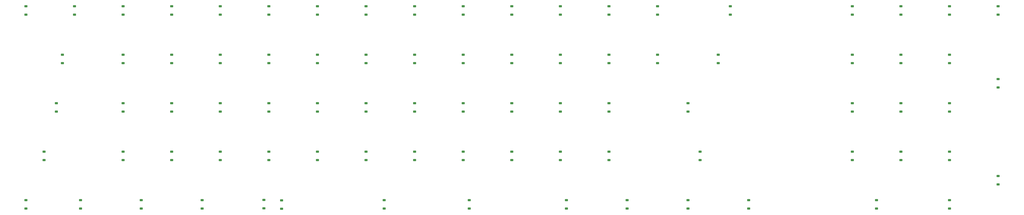
<source format=gbr>
%TF.GenerationSoftware,KiCad,Pcbnew,9.0.0*%
%TF.CreationDate,2025-04-17T19:43:04-05:00*%
%TF.ProjectId,AbbyNormal,41626279-4e6f-4726-9d61-6c2e6b696361,rev?*%
%TF.SameCoordinates,Original*%
%TF.FileFunction,Paste,Bot*%
%TF.FilePolarity,Positive*%
%FSLAX46Y46*%
G04 Gerber Fmt 4.6, Leading zero omitted, Abs format (unit mm)*
G04 Created by KiCad (PCBNEW 9.0.0) date 2025-04-17 19:43:04*
%MOMM*%
%LPD*%
G01*
G04 APERTURE LIST*
G04 Aperture macros list*
%AMRoundRect*
0 Rectangle with rounded corners*
0 $1 Rounding radius*
0 $2 $3 $4 $5 $6 $7 $8 $9 X,Y pos of 4 corners*
0 Add a 4 corners polygon primitive as box body*
4,1,4,$2,$3,$4,$5,$6,$7,$8,$9,$2,$3,0*
0 Add four circle primitives for the rounded corners*
1,1,$1+$1,$2,$3*
1,1,$1+$1,$4,$5*
1,1,$1+$1,$6,$7*
1,1,$1+$1,$8,$9*
0 Add four rect primitives between the rounded corners*
20,1,$1+$1,$2,$3,$4,$5,0*
20,1,$1+$1,$4,$5,$6,$7,0*
20,1,$1+$1,$6,$7,$8,$9,0*
20,1,$1+$1,$8,$9,$2,$3,0*%
G04 Aperture macros list end*
%ADD10RoundRect,0.225000X0.375000X-0.225000X0.375000X0.225000X-0.375000X0.225000X-0.375000X-0.225000X0*%
G04 APERTURE END LIST*
D10*
%TO.C,D79*%
X346598750Y-157080000D03*
X346598750Y-153780000D03*
%TD*%
%TO.C,D32*%
X310880000Y-99930000D03*
X310880000Y-96630000D03*
%TD*%
%TO.C,D34*%
X387230000Y-99930000D03*
X387230000Y-96630000D03*
%TD*%
%TO.C,D20*%
X77517500Y-99930000D03*
X77517500Y-96630000D03*
%TD*%
%TO.C,D51*%
X387230000Y-118980000D03*
X387230000Y-115680000D03*
%TD*%
%TO.C,D21*%
X101330000Y-99930000D03*
X101330000Y-96630000D03*
%TD*%
%TO.C,D66*%
X327548750Y-138030000D03*
X327548750Y-134730000D03*
%TD*%
%TO.C,D15*%
X339455000Y-80880000D03*
X339455000Y-77580000D03*
%TD*%
%TO.C,D29*%
X253730000Y-99930000D03*
X253730000Y-96630000D03*
%TD*%
%TO.C,D73*%
X108473750Y-157080000D03*
X108473750Y-153780000D03*
%TD*%
%TO.C,D22*%
X120380000Y-99930000D03*
X120380000Y-96630000D03*
%TD*%
%TO.C,D12*%
X272780000Y-80880000D03*
X272780000Y-77580000D03*
%TD*%
%TO.C,D19*%
X444380000Y-80880000D03*
X444380000Y-77580000D03*
%TD*%
%TO.C,D4*%
X120380000Y-80880000D03*
X120380000Y-77580000D03*
%TD*%
%TO.C,D47*%
X253730000Y-118980000D03*
X253730000Y-115680000D03*
%TD*%
%TO.C,D11*%
X253730000Y-80880000D03*
X253730000Y-77580000D03*
%TD*%
%TO.C,D1*%
X63230000Y-80880000D03*
X63230000Y-77580000D03*
%TD*%
%TO.C,D13*%
X291830000Y-80880000D03*
X291830000Y-77580000D03*
%TD*%
%TO.C,D70*%
X444380000Y-147555000D03*
X444380000Y-144255000D03*
%TD*%
%TO.C,D37*%
X444380000Y-109455000D03*
X444380000Y-106155000D03*
%TD*%
%TO.C,D68*%
X406280000Y-138030000D03*
X406280000Y-134730000D03*
%TD*%
%TO.C,D57*%
X139430000Y-138030000D03*
X139430000Y-134730000D03*
%TD*%
%TO.C,D35*%
X406280000Y-99930000D03*
X406280000Y-96630000D03*
%TD*%
%TO.C,D14*%
X310880000Y-80880000D03*
X310880000Y-77580000D03*
%TD*%
%TO.C,D61*%
X215630000Y-138030000D03*
X215630000Y-134730000D03*
%TD*%
%TO.C,D28*%
X234680000Y-99930000D03*
X234680000Y-96630000D03*
%TD*%
%TO.C,D9*%
X215630000Y-80880000D03*
X215630000Y-77580000D03*
%TD*%
%TO.C,D54*%
X70373750Y-138030000D03*
X70373750Y-134730000D03*
%TD*%
%TO.C,D81*%
X425330000Y-157080000D03*
X425330000Y-153780000D03*
%TD*%
%TO.C,D8*%
X196580000Y-80880000D03*
X196580000Y-77580000D03*
%TD*%
%TO.C,D42*%
X158480000Y-118980000D03*
X158480000Y-115680000D03*
%TD*%
%TO.C,D78*%
X322786250Y-157080000D03*
X322786250Y-153780000D03*
%TD*%
%TO.C,D82*%
X156500000Y-157000000D03*
X156500000Y-153700000D03*
%TD*%
%TO.C,D46*%
X234680000Y-118980000D03*
X234680000Y-115680000D03*
%TD*%
%TO.C,D49*%
X291830000Y-118980000D03*
X291830000Y-115680000D03*
%TD*%
%TO.C,D53*%
X425330000Y-118980000D03*
X425330000Y-115680000D03*
%TD*%
%TO.C,D63*%
X253730000Y-138030000D03*
X253730000Y-134730000D03*
%TD*%
%TO.C,D75*%
X203723750Y-157080000D03*
X203723750Y-153780000D03*
%TD*%
%TO.C,D60*%
X196580000Y-138030000D03*
X196580000Y-134730000D03*
%TD*%
%TO.C,D67*%
X387230000Y-138030000D03*
X387230000Y-134730000D03*
%TD*%
%TO.C,D3*%
X101330000Y-80880000D03*
X101330000Y-77580000D03*
%TD*%
%TO.C,D41*%
X139430000Y-118980000D03*
X139430000Y-115680000D03*
%TD*%
%TO.C,D10*%
X234680000Y-80880000D03*
X234680000Y-77580000D03*
%TD*%
%TO.C,D6*%
X158480000Y-80880000D03*
X158480000Y-77580000D03*
%TD*%
%TO.C,D83*%
X163500000Y-157150000D03*
X163500000Y-153850000D03*
%TD*%
%TO.C,D23*%
X139430000Y-99930000D03*
X139430000Y-96630000D03*
%TD*%
%TO.C,D27*%
X215630000Y-99930000D03*
X215630000Y-96630000D03*
%TD*%
%TO.C,D69*%
X425330000Y-138030000D03*
X425330000Y-134730000D03*
%TD*%
%TO.C,D62*%
X234680000Y-138030000D03*
X234680000Y-134730000D03*
%TD*%
%TO.C,D25*%
X177530000Y-99930000D03*
X177530000Y-96630000D03*
%TD*%
%TO.C,D72*%
X84661250Y-157080000D03*
X84661250Y-153780000D03*
%TD*%
%TO.C,D74*%
X132286250Y-157080000D03*
X132286250Y-153780000D03*
%TD*%
%TO.C,D64*%
X272780000Y-138030000D03*
X272780000Y-134730000D03*
%TD*%
%TO.C,D31*%
X291830000Y-99930000D03*
X291830000Y-96630000D03*
%TD*%
%TO.C,D17*%
X406280000Y-80880000D03*
X406280000Y-77580000D03*
%TD*%
%TO.C,D18*%
X425330000Y-80880000D03*
X425330000Y-77580000D03*
%TD*%
%TO.C,D52*%
X406280000Y-118980000D03*
X406280000Y-115680000D03*
%TD*%
%TO.C,D65*%
X291830000Y-138030000D03*
X291830000Y-134730000D03*
%TD*%
%TO.C,D24*%
X158480000Y-99930000D03*
X158480000Y-96630000D03*
%TD*%
%TO.C,D84*%
X237061250Y-157080000D03*
X237061250Y-153780000D03*
%TD*%
%TO.C,D36*%
X425330000Y-99930000D03*
X425330000Y-96630000D03*
%TD*%
%TO.C,D30*%
X272780000Y-99930000D03*
X272780000Y-96630000D03*
%TD*%
%TO.C,D80*%
X396755000Y-157080000D03*
X396755000Y-153780000D03*
%TD*%
%TO.C,D2*%
X82280000Y-80880000D03*
X82280000Y-77580000D03*
%TD*%
%TO.C,D59*%
X177530000Y-138030000D03*
X177530000Y-134730000D03*
%TD*%
%TO.C,D40*%
X120380000Y-118980000D03*
X120380000Y-115680000D03*
%TD*%
%TO.C,D71*%
X63230000Y-157080000D03*
X63230000Y-153780000D03*
%TD*%
%TO.C,D5*%
X139430000Y-80880000D03*
X139430000Y-77580000D03*
%TD*%
%TO.C,D38*%
X75136250Y-118980000D03*
X75136250Y-115680000D03*
%TD*%
%TO.C,D45*%
X215630000Y-118980000D03*
X215630000Y-115680000D03*
%TD*%
%TO.C,D39*%
X101330000Y-118980000D03*
X101330000Y-115680000D03*
%TD*%
%TO.C,D44*%
X196580000Y-118980000D03*
X196580000Y-115680000D03*
%TD*%
%TO.C,D77*%
X298973750Y-157080000D03*
X298973750Y-153780000D03*
%TD*%
%TO.C,D50*%
X322786250Y-118980000D03*
X322786250Y-115680000D03*
%TD*%
%TO.C,D26*%
X196580000Y-99930000D03*
X196580000Y-96630000D03*
%TD*%
%TO.C,D7*%
X177530000Y-80880000D03*
X177530000Y-77580000D03*
%TD*%
%TO.C,D58*%
X158480000Y-138030000D03*
X158480000Y-134730000D03*
%TD*%
%TO.C,D76*%
X275161250Y-157080000D03*
X275161250Y-153780000D03*
%TD*%
%TO.C,D48*%
X272780000Y-118980000D03*
X272780000Y-115680000D03*
%TD*%
%TO.C,D16*%
X387230000Y-80880000D03*
X387230000Y-77580000D03*
%TD*%
%TO.C,D33*%
X334692500Y-99930000D03*
X334692500Y-96630000D03*
%TD*%
%TO.C,D43*%
X177530000Y-118980000D03*
X177530000Y-115680000D03*
%TD*%
%TO.C,D56*%
X120380000Y-138030000D03*
X120380000Y-134730000D03*
%TD*%
%TO.C,D55*%
X101330000Y-138030000D03*
X101330000Y-134730000D03*
%TD*%
M02*

</source>
